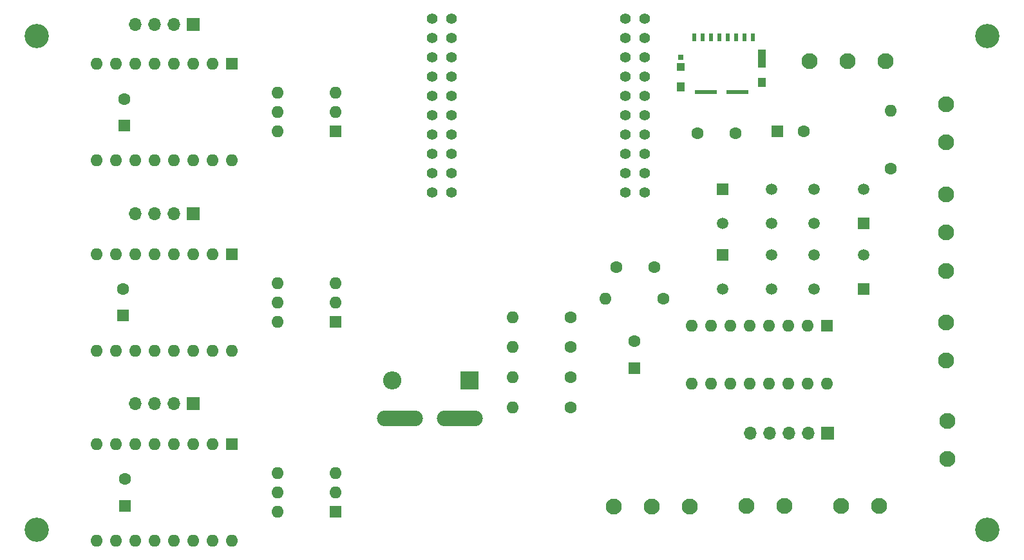
<source format=gbr>
%TF.GenerationSoftware,KiCad,Pcbnew,5.1.8-db9833491~88~ubuntu20.04.1*%
%TF.CreationDate,2020-12-18T16:20:58-07:00*%
%TF.ProjectId,iconograph-pcb,69636f6e-6f67-4726-9170-682d7063622e,rev?*%
%TF.SameCoordinates,Original*%
%TF.FileFunction,Soldermask,Top*%
%TF.FilePolarity,Negative*%
%FSLAX46Y46*%
G04 Gerber Fmt 4.6, Leading zero omitted, Abs format (unit mm)*
G04 Created by KiCad (PCBNEW 5.1.8-db9833491~88~ubuntu20.04.1) date 2020-12-18 16:20:58*
%MOMM*%
%LPD*%
G01*
G04 APERTURE LIST*
%ADD10C,2.100000*%
%ADD11C,3.200000*%
%ADD12O,1.600000X1.600000*%
%ADD13R,1.600000X1.600000*%
%ADD14C,1.400000*%
%ADD15C,1.498000*%
%ADD16R,1.498000X1.498000*%
%ADD17C,1.600000*%
%ADD18O,1.700000X1.700000*%
%ADD19R,1.700000X1.700000*%
%ADD20R,2.921000X0.558800*%
%ADD21R,1.041400X2.387600*%
%ADD22R,1.041400X1.193800*%
%ADD23R,1.041400X1.092200*%
%ADD24R,0.711200X0.787400*%
%ADD25R,0.508000X0.990600*%
%ADD26O,6.030000X2.070000*%
%ADD27O,2.400000X2.400000*%
%ADD28R,2.400000X2.400000*%
G04 APERTURE END LIST*
D10*
%TO.C,J14*%
X155900000Y-104300000D03*
X150900000Y-104300000D03*
X145900000Y-104300000D03*
%TD*%
%TO.C,J5*%
X171600000Y-45700000D03*
X176600000Y-45700000D03*
X181600000Y-45700000D03*
%TD*%
%TO.C,J2*%
X189600000Y-63300000D03*
X189600000Y-68300000D03*
X189600000Y-73300000D03*
%TD*%
D11*
%TO.C,H4*%
X195000000Y-42400000D03*
%TD*%
%TO.C,H3*%
X195000000Y-107400000D03*
%TD*%
%TO.C,H2*%
X70000000Y-107400000D03*
%TD*%
%TO.C,H1*%
X70000000Y-42400000D03*
%TD*%
D12*
%TO.C,U2*%
X173900000Y-88120000D03*
X156120000Y-80500000D03*
X171360000Y-88120000D03*
X158660000Y-80500000D03*
X168820000Y-88120000D03*
X161200000Y-80500000D03*
X166280000Y-88120000D03*
X163740000Y-80500000D03*
X163740000Y-88120000D03*
X166280000Y-80500000D03*
X161200000Y-88120000D03*
X168820000Y-80500000D03*
X158660000Y-88120000D03*
X171360000Y-80500000D03*
X156120000Y-88120000D03*
D13*
X173900000Y-80500000D03*
%TD*%
D14*
%TO.C,U1*%
X124570000Y-40170000D03*
X122030000Y-40170000D03*
X122030000Y-42710000D03*
X124570000Y-42710000D03*
X122030000Y-45250000D03*
X124570000Y-45250000D03*
X122030000Y-47790000D03*
X124570000Y-47790000D03*
X122030000Y-50330000D03*
X124570000Y-50330000D03*
X122030000Y-52870000D03*
X124570000Y-52870000D03*
X122030000Y-55410000D03*
X124570000Y-55410000D03*
X122030000Y-57950000D03*
X124570000Y-57950000D03*
X122030000Y-60490000D03*
X124570000Y-60490000D03*
X122030000Y-63030000D03*
X124570000Y-63030000D03*
X147430000Y-40170000D03*
X149970000Y-40170000D03*
X147430000Y-42710000D03*
X149970000Y-42710000D03*
X147430000Y-45250000D03*
X149970000Y-45250000D03*
X147430000Y-47790000D03*
X149970000Y-47790000D03*
X147430000Y-50330000D03*
X149970000Y-50330000D03*
X147430000Y-52870000D03*
X149970000Y-52870000D03*
X147430000Y-55410000D03*
X149970000Y-55410000D03*
X147430000Y-57950000D03*
X149970000Y-57950000D03*
X147430000Y-60490000D03*
X149970000Y-60490000D03*
X147430000Y-63030000D03*
X149970000Y-63030000D03*
%TD*%
D15*
%TO.C,SW7*%
X172250000Y-75750000D03*
X172250000Y-71250000D03*
D16*
X178750000Y-75750000D03*
D15*
X178750000Y-71250000D03*
%TD*%
%TO.C,SW6*%
X172250000Y-67050000D03*
X172250000Y-62550000D03*
D16*
X178750000Y-67050000D03*
D15*
X178750000Y-62550000D03*
%TD*%
%TO.C,SW5*%
X166650000Y-71250000D03*
X166650000Y-75750000D03*
D16*
X160150000Y-71250000D03*
D15*
X160150000Y-75750000D03*
%TD*%
%TO.C,SW4*%
X166650000Y-62550000D03*
X166650000Y-67050000D03*
D16*
X160150000Y-62550000D03*
D15*
X160150000Y-67050000D03*
%TD*%
D12*
%TO.C,SW3*%
X101680000Y-80000000D03*
X109300000Y-74920000D03*
X101680000Y-77460000D03*
X109300000Y-77460000D03*
X101680000Y-74920000D03*
D13*
X109300000Y-80000000D03*
%TD*%
D12*
%TO.C,SW2*%
X101680000Y-105000000D03*
X109300000Y-99920000D03*
X101680000Y-102460000D03*
X109300000Y-102460000D03*
X101680000Y-99920000D03*
D13*
X109300000Y-105000000D03*
%TD*%
D12*
%TO.C,SW1*%
X101680000Y-55000000D03*
X109300000Y-49920000D03*
X101680000Y-52460000D03*
X109300000Y-52460000D03*
X101680000Y-49920000D03*
D13*
X109300000Y-55000000D03*
%TD*%
D12*
%TO.C,R6*%
X144780000Y-77000000D03*
D17*
X152400000Y-77000000D03*
%TD*%
D12*
%TO.C,R5*%
X132580000Y-79400000D03*
D17*
X140200000Y-79400000D03*
%TD*%
D12*
%TO.C,R4*%
X132580000Y-83300000D03*
D17*
X140200000Y-83300000D03*
%TD*%
D12*
%TO.C,R3*%
X132580000Y-87300000D03*
D17*
X140200000Y-87300000D03*
%TD*%
D12*
%TO.C,R2*%
X132580000Y-91300000D03*
D17*
X140200000Y-91300000D03*
%TD*%
D12*
%TO.C,R1*%
X182300000Y-52280000D03*
D17*
X182300000Y-59900000D03*
%TD*%
D18*
%TO.C,J13*%
X82980000Y-65800000D03*
X85520000Y-65800000D03*
X88060000Y-65800000D03*
D19*
X90600000Y-65800000D03*
%TD*%
D18*
%TO.C,J12*%
X82980000Y-90800000D03*
X85520000Y-90800000D03*
X88060000Y-90800000D03*
D19*
X90600000Y-90800000D03*
%TD*%
D18*
%TO.C,J11*%
X82980000Y-40900000D03*
X85520000Y-40900000D03*
X88060000Y-40900000D03*
D19*
X90600000Y-40900000D03*
%TD*%
D20*
%TO.C,J10*%
X157955000Y-49817300D03*
X162145000Y-49817300D03*
D21*
X165325001Y-45387299D03*
D22*
X165324965Y-48572299D03*
X154674999Y-49142300D03*
D23*
X154674999Y-46532300D03*
D24*
X154690000Y-45262300D03*
D25*
X164149999Y-42582301D03*
X163050002Y-42582301D03*
X161950001Y-42582301D03*
X160850001Y-42582301D03*
X159750000Y-42582301D03*
X158650000Y-42582301D03*
X157550000Y-42582301D03*
X156449999Y-42582301D03*
%TD*%
D10*
%TO.C,J9*%
X168300000Y-104200000D03*
X163300000Y-104200000D03*
%TD*%
%TO.C,J8*%
X180800000Y-104200000D03*
X175800000Y-104200000D03*
%TD*%
D18*
%TO.C,J7*%
X163840000Y-94700000D03*
X166380000Y-94700000D03*
X168920000Y-94700000D03*
X171460000Y-94700000D03*
D19*
X174000000Y-94700000D03*
%TD*%
D10*
%TO.C,J6*%
X189600000Y-51400000D03*
X189600000Y-56400000D03*
%TD*%
%TO.C,J4*%
X189600000Y-80100000D03*
X189600000Y-85100000D03*
%TD*%
D26*
%TO.C,J3*%
X117750000Y-92700000D03*
X125650000Y-92700000D03*
%TD*%
D10*
%TO.C,J1*%
X189700000Y-93100000D03*
X189700000Y-98100000D03*
%TD*%
D27*
%TO.C,D1*%
X116740000Y-87700000D03*
D28*
X126900000Y-87700000D03*
%TD*%
D17*
%TO.C,C7*%
X170900000Y-55000000D03*
D13*
X167400000Y-55000000D03*
%TD*%
D17*
%TO.C,C6*%
X156900000Y-55200000D03*
X161900000Y-55200000D03*
%TD*%
%TO.C,C5*%
X146200000Y-72800000D03*
X151200000Y-72800000D03*
%TD*%
%TO.C,C4*%
X81400000Y-75700000D03*
D13*
X81400000Y-79200000D03*
%TD*%
D17*
%TO.C,C3*%
X81600000Y-100700000D03*
D13*
X81600000Y-104200000D03*
%TD*%
D17*
%TO.C,C2*%
X81500000Y-50700000D03*
D13*
X81500000Y-54200000D03*
%TD*%
D17*
%TO.C,C1*%
X148600000Y-82600000D03*
D13*
X148600000Y-86100000D03*
%TD*%
D12*
%TO.C,A3*%
X95700000Y-83800000D03*
X77920000Y-71100000D03*
X93160000Y-83800000D03*
X80460000Y-71100000D03*
X90620000Y-83800000D03*
X83000000Y-71100000D03*
X88080000Y-83800000D03*
X85540000Y-71100000D03*
X85540000Y-83800000D03*
X88080000Y-71100000D03*
X83000000Y-83800000D03*
X90620000Y-71100000D03*
X80460000Y-83800000D03*
X93160000Y-71100000D03*
X77920000Y-83800000D03*
D13*
X95700000Y-71100000D03*
%TD*%
D12*
%TO.C,A2*%
X95700000Y-108800000D03*
X77920000Y-96100000D03*
X93160000Y-108800000D03*
X80460000Y-96100000D03*
X90620000Y-108800000D03*
X83000000Y-96100000D03*
X88080000Y-108800000D03*
X85540000Y-96100000D03*
X85540000Y-108800000D03*
X88080000Y-96100000D03*
X83000000Y-108800000D03*
X90620000Y-96100000D03*
X80460000Y-108800000D03*
X93160000Y-96100000D03*
X77920000Y-108800000D03*
D13*
X95700000Y-96100000D03*
%TD*%
D12*
%TO.C,A1*%
X95700000Y-58800000D03*
X77920000Y-46100000D03*
X93160000Y-58800000D03*
X80460000Y-46100000D03*
X90620000Y-58800000D03*
X83000000Y-46100000D03*
X88080000Y-58800000D03*
X85540000Y-46100000D03*
X85540000Y-58800000D03*
X88080000Y-46100000D03*
X83000000Y-58800000D03*
X90620000Y-46100000D03*
X80460000Y-58800000D03*
X93160000Y-46100000D03*
X77920000Y-58800000D03*
D13*
X95700000Y-46100000D03*
%TD*%
M02*

</source>
